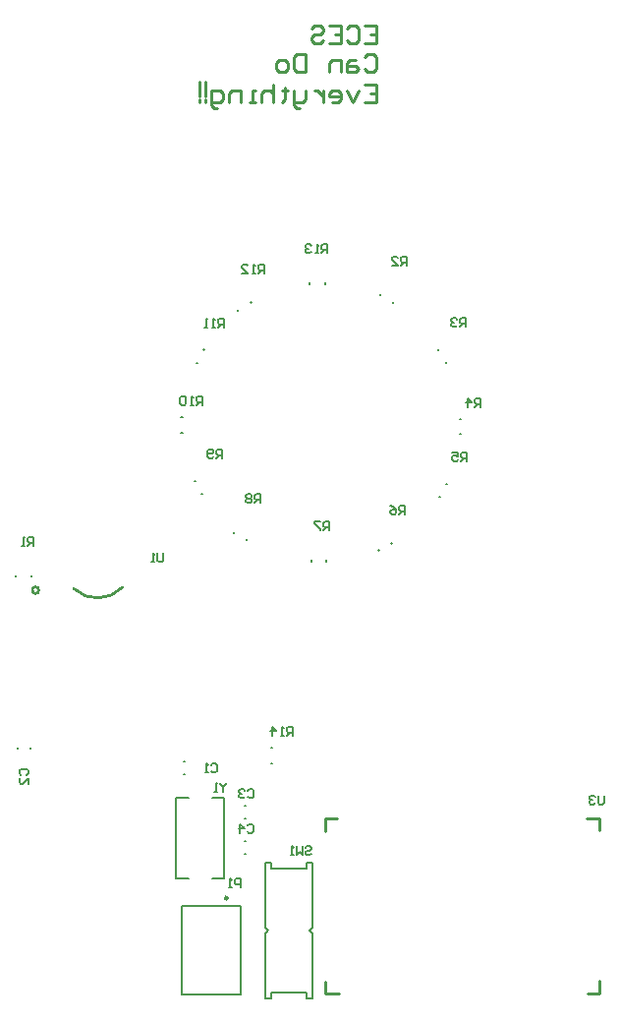
<source format=gbo>
G04*
G04 #@! TF.GenerationSoftware,Altium Limited,Altium Designer,18.1.9 (240)*
G04*
G04 Layer_Color=32896*
%FSLAX24Y24*%
%MOIN*%
G70*
G01*
G75*
%ADD10C,0.0100*%
%ADD12C,0.0079*%
%ADD13C,0.0060*%
%ADD58C,0.0098*%
%ADD59C,0.0050*%
D10*
X1082Y14310D02*
G03*
X1082Y14310I-112J0D01*
G01*
X2270Y14360D02*
G03*
X3920Y14410I800J850D01*
G01*
X20110Y640D02*
Y1090D01*
X19710Y640D02*
X20110D01*
X10810D02*
X11260D01*
X10810D02*
Y1040D01*
X19660Y6590D02*
X20110D01*
Y6190D02*
Y6590D01*
X10810D02*
X11210D01*
X10810Y6140D02*
Y6590D01*
X12120Y33449D02*
X12520D01*
Y32849D01*
X12120D01*
X12520Y33149D02*
X12320D01*
X11520Y33349D02*
X11620Y33449D01*
X11820D01*
X11920Y33349D01*
Y32949D01*
X11820Y32849D01*
X11620D01*
X11520Y32949D01*
X10921Y33449D02*
X11320D01*
Y32849D01*
X10921D01*
X11320Y33149D02*
X11120D01*
X10321Y33349D02*
X10421Y33449D01*
X10621D01*
X10721Y33349D01*
Y33249D01*
X10621Y33149D01*
X10421D01*
X10321Y33049D01*
Y32949D01*
X10421Y32849D01*
X10621D01*
X10721Y32949D01*
X12120Y32390D02*
X12220Y32489D01*
X12420D01*
X12520Y32390D01*
Y31990D01*
X12420Y31890D01*
X12220D01*
X12120Y31990D01*
X11820Y32290D02*
X11620D01*
X11520Y32190D01*
Y31890D01*
X11820D01*
X11920Y31990D01*
X11820Y32090D01*
X11520D01*
X11320Y31890D02*
Y32290D01*
X11020D01*
X10921Y32190D01*
Y31890D01*
X10121Y32489D02*
Y31890D01*
X9821D01*
X9721Y31990D01*
Y32390D01*
X9821Y32489D01*
X10121D01*
X9421Y31890D02*
X9221D01*
X9121Y31990D01*
Y32190D01*
X9221Y32290D01*
X9421D01*
X9521Y32190D01*
Y31990D01*
X9421Y31890D01*
X12120Y31430D02*
X12520D01*
Y30830D01*
X12120D01*
X12520Y31130D02*
X12320D01*
X11920Y31230D02*
X11720Y30830D01*
X11520Y31230D01*
X11020Y30830D02*
X11220D01*
X11320Y30930D01*
Y31130D01*
X11220Y31230D01*
X11020D01*
X10921Y31130D01*
Y31030D01*
X11320D01*
X10721Y31230D02*
Y30830D01*
Y31030D01*
X10621Y31130D01*
X10521Y31230D01*
X10421D01*
X10121D02*
Y30930D01*
X10021Y30830D01*
X9721D01*
Y30730D01*
X9821Y30630D01*
X9921D01*
X9721Y30830D02*
Y31230D01*
X9421Y31330D02*
Y31230D01*
X9521D01*
X9321D01*
X9421D01*
Y30930D01*
X9321Y30830D01*
X9021Y31430D02*
Y30830D01*
Y31130D01*
X8921Y31230D01*
X8721D01*
X8621Y31130D01*
Y30830D01*
X8421D02*
X8221D01*
X8321D01*
Y31230D01*
X8421D01*
X7921Y30830D02*
Y31230D01*
X7622D01*
X7522Y31130D01*
Y30830D01*
X7122Y30630D02*
X7022D01*
X6922Y30730D01*
Y31230D01*
X7222D01*
X7322Y31130D01*
Y30930D01*
X7222Y30830D01*
X6922D01*
X6722Y31030D02*
Y31530D01*
Y30930D02*
Y30830D01*
X6522Y31030D02*
Y31530D01*
Y30930D02*
Y30830D01*
D12*
X7940Y620D02*
Y3620D01*
X5940Y620D02*
X7940D01*
X5940D02*
Y3620D01*
X7940D01*
X8070Y5816D02*
X8110D01*
X8070Y5364D02*
X8110D01*
X806Y8940D02*
Y8980D01*
X354Y8940D02*
Y8980D01*
X5995Y8516D02*
X6035D01*
X5995Y8064D02*
X6035D01*
X8050Y7016D02*
X8090D01*
X8050Y6564D02*
X8090D01*
X6611Y17559D02*
X6645Y17578D01*
X6355Y18002D02*
X6389Y18021D01*
X5910Y19654D02*
X5950D01*
X5910Y20166D02*
X5950D01*
X6415Y22018D02*
X6449Y21999D01*
X6671Y22461D02*
X6705Y22442D01*
X7819Y23819D02*
X7838Y23785D01*
X8262Y24075D02*
X8281Y24041D01*
X10274Y24690D02*
Y24730D01*
X10786Y24690D02*
Y24730D01*
X8964Y8966D02*
X9003D01*
X8964Y8454D02*
X9003D01*
X8142Y15995D02*
X8161Y16029D01*
X7699Y16251D02*
X7718Y16285D01*
X10846Y15290D02*
Y15330D01*
X10334Y15290D02*
Y15330D01*
X13042Y15915D02*
X13061Y15881D01*
X12599Y15659D02*
X12618Y15625D01*
X14911Y17921D02*
X14945Y17902D01*
X14655Y17478D02*
X14689Y17459D01*
X15360Y20106D02*
X15400D01*
X15360Y19594D02*
X15400D01*
X14635Y22452D02*
X14669Y22471D01*
X14891Y22009D02*
X14925Y22028D01*
X12659Y24301D02*
X12678Y24335D01*
X13102Y24045D02*
X13121Y24079D01*
X816Y14770D02*
Y14810D01*
X304Y14770D02*
Y14810D01*
D13*
X7930Y4230D02*
Y4530D01*
X7780D01*
X7730Y4480D01*
Y4380D01*
X7780Y4330D01*
X7930D01*
X7630Y4230D02*
X7530D01*
X7580D01*
Y4530D01*
X7630Y4480D01*
X5310Y15560D02*
Y15310D01*
X5260Y15260D01*
X5160D01*
X5110Y15310D01*
Y15560D01*
X5010Y15260D02*
X4910D01*
X4960D01*
Y15560D01*
X5010Y15510D01*
X7440Y7780D02*
Y7730D01*
X7340Y7630D01*
X7240Y7730D01*
Y7780D01*
X7340Y7630D02*
Y7480D01*
X7140D02*
X7040D01*
X7090D01*
Y7780D01*
X7140Y7730D01*
X20250Y7350D02*
Y7100D01*
X20200Y7050D01*
X20100D01*
X20050Y7100D01*
Y7350D01*
X19950Y7300D02*
X19900Y7350D01*
X19800D01*
X19750Y7300D01*
Y7250D01*
X19800Y7200D01*
X19850D01*
X19800D01*
X19750Y7150D01*
Y7100D01*
X19800Y7050D01*
X19900D01*
X19950Y7100D01*
X10130Y5590D02*
X10180Y5640D01*
X10280D01*
X10330Y5590D01*
Y5540D01*
X10280Y5490D01*
X10180D01*
X10130Y5440D01*
Y5390D01*
X10180Y5340D01*
X10280D01*
X10330Y5390D01*
X10030Y5640D02*
Y5340D01*
X9930Y5440D01*
X9830Y5340D01*
Y5640D01*
X9730Y5340D02*
X9630D01*
X9680D01*
Y5640D01*
X9730Y5590D01*
X9683Y9380D02*
Y9680D01*
X9533D01*
X9483Y9630D01*
Y9530D01*
X9533Y9480D01*
X9683D01*
X9583D02*
X9483Y9380D01*
X9383D02*
X9284D01*
X9334D01*
Y9680D01*
X9383Y9630D01*
X8984Y9380D02*
Y9680D01*
X9134Y9530D01*
X8934D01*
X10880Y25730D02*
Y26030D01*
X10730D01*
X10680Y25980D01*
Y25880D01*
X10730Y25830D01*
X10880D01*
X10780D02*
X10680Y25730D01*
X10580D02*
X10480D01*
X10530D01*
Y26030D01*
X10580Y25980D01*
X10330D02*
X10280Y26030D01*
X10180D01*
X10130Y25980D01*
Y25930D01*
X10180Y25880D01*
X10230D01*
X10180D01*
X10130Y25830D01*
Y25780D01*
X10180Y25730D01*
X10280D01*
X10330Y25780D01*
X8720Y25050D02*
Y25350D01*
X8570D01*
X8520Y25300D01*
Y25200D01*
X8570Y25150D01*
X8720D01*
X8620D02*
X8520Y25050D01*
X8420D02*
X8320D01*
X8370D01*
Y25350D01*
X8420Y25300D01*
X7970Y25050D02*
X8170D01*
X7970Y25250D01*
Y25300D01*
X8020Y25350D01*
X8120D01*
X8170Y25300D01*
X7360Y23220D02*
Y23520D01*
X7210D01*
X7160Y23470D01*
Y23370D01*
X7210Y23320D01*
X7360D01*
X7260D02*
X7160Y23220D01*
X7060D02*
X6960D01*
X7010D01*
Y23520D01*
X7060Y23470D01*
X6810Y23220D02*
X6710D01*
X6760D01*
Y23520D01*
X6810Y23470D01*
X6630Y20580D02*
Y20880D01*
X6480D01*
X6430Y20830D01*
Y20730D01*
X6480Y20680D01*
X6630D01*
X6530D02*
X6430Y20580D01*
X6330D02*
X6230D01*
X6280D01*
Y20880D01*
X6330Y20830D01*
X6080D02*
X6030Y20880D01*
X5930D01*
X5880Y20830D01*
Y20630D01*
X5930Y20580D01*
X6030D01*
X6080Y20630D01*
Y20830D01*
X7300Y18780D02*
Y19080D01*
X7150D01*
X7100Y19030D01*
Y18930D01*
X7150Y18880D01*
X7300D01*
X7200D02*
X7100Y18780D01*
X7000Y18830D02*
X6950Y18780D01*
X6850D01*
X6800Y18830D01*
Y19030D01*
X6850Y19080D01*
X6950D01*
X7000Y19030D01*
Y18980D01*
X6950Y18930D01*
X6800D01*
X8600Y17260D02*
Y17560D01*
X8450D01*
X8400Y17510D01*
Y17410D01*
X8450Y17360D01*
X8600D01*
X8500D02*
X8400Y17260D01*
X8300Y17510D02*
X8250Y17560D01*
X8150D01*
X8100Y17510D01*
Y17460D01*
X8150Y17410D01*
X8100Y17360D01*
Y17310D01*
X8150Y17260D01*
X8250D01*
X8300Y17310D01*
Y17360D01*
X8250Y17410D01*
X8300Y17460D01*
Y17510D01*
X8250Y17410D02*
X8150D01*
X10940Y16330D02*
Y16630D01*
X10790D01*
X10740Y16580D01*
Y16480D01*
X10790Y16430D01*
X10940D01*
X10840D02*
X10740Y16330D01*
X10640Y16630D02*
X10440D01*
Y16580D01*
X10640Y16380D01*
Y16330D01*
X13500Y16890D02*
Y17190D01*
X13350D01*
X13300Y17140D01*
Y17040D01*
X13350Y16990D01*
X13500D01*
X13400D02*
X13300Y16890D01*
X13000Y17190D02*
X13100Y17140D01*
X13200Y17040D01*
Y16940D01*
X13150Y16890D01*
X13050D01*
X13000Y16940D01*
Y16990D01*
X13050Y17040D01*
X13200D01*
X15600Y18680D02*
Y18980D01*
X15450D01*
X15400Y18930D01*
Y18830D01*
X15450Y18780D01*
X15600D01*
X15500D02*
X15400Y18680D01*
X15100Y18980D02*
X15300D01*
Y18830D01*
X15200Y18880D01*
X15150D01*
X15100Y18830D01*
Y18730D01*
X15150Y18680D01*
X15250D01*
X15300Y18730D01*
X16080Y20520D02*
Y20820D01*
X15930D01*
X15880Y20770D01*
Y20670D01*
X15930Y20620D01*
X16080D01*
X15980D02*
X15880Y20520D01*
X15630D02*
Y20820D01*
X15780Y20670D01*
X15580D01*
X15580Y23230D02*
Y23530D01*
X15430D01*
X15380Y23480D01*
Y23380D01*
X15430Y23330D01*
X15580D01*
X15480D02*
X15380Y23230D01*
X15280Y23480D02*
X15230Y23530D01*
X15130D01*
X15080Y23480D01*
Y23430D01*
X15130Y23380D01*
X15180D01*
X15130D01*
X15080Y23330D01*
Y23280D01*
X15130Y23230D01*
X15230D01*
X15280Y23280D01*
X13560Y25310D02*
Y25610D01*
X13410D01*
X13360Y25560D01*
Y25460D01*
X13410Y25410D01*
X13560D01*
X13460D02*
X13360Y25310D01*
X13060D02*
X13260D01*
X13060Y25510D01*
Y25560D01*
X13110Y25610D01*
X13210D01*
X13260Y25560D01*
X910Y15810D02*
Y16110D01*
X760D01*
X710Y16060D01*
Y15960D01*
X760Y15910D01*
X910D01*
X810D02*
X710Y15810D01*
X610D02*
X510D01*
X560D01*
Y16110D01*
X610Y16060D01*
X8150Y6330D02*
X8200Y6380D01*
X8300D01*
X8350Y6330D01*
Y6130D01*
X8300Y6080D01*
X8200D01*
X8150Y6130D01*
X7900Y6080D02*
Y6380D01*
X8050Y6230D01*
X7850D01*
X8180Y7520D02*
X8230Y7570D01*
X8330D01*
X8380Y7520D01*
Y7320D01*
X8330Y7270D01*
X8230D01*
X8180Y7320D01*
X8080Y7520D02*
X8030Y7570D01*
X7930D01*
X7880Y7520D01*
Y7470D01*
X7930Y7420D01*
X7980D01*
X7930D01*
X7880Y7370D01*
Y7320D01*
X7930Y7270D01*
X8030D01*
X8080Y7320D01*
X470Y8050D02*
X420Y8100D01*
Y8200D01*
X470Y8250D01*
X670D01*
X720Y8200D01*
Y8100D01*
X670Y8050D01*
X720Y7750D02*
Y7950D01*
X520Y7750D01*
X470D01*
X420Y7800D01*
Y7900D01*
X470Y7950D01*
X6925Y8380D02*
X6975Y8430D01*
X7075D01*
X7125Y8380D01*
Y8180D01*
X7075Y8130D01*
X6975D01*
X6925Y8180D01*
X6825Y8130D02*
X6725D01*
X6775D01*
Y8430D01*
X6825Y8380D01*
D58*
X7489Y3876D02*
G03*
X7489Y3876I-49J0D01*
G01*
D59*
X6948Y4532D02*
X7357D01*
Y7288D01*
X6948D02*
X7357D01*
X5743D02*
X6152D01*
X5743Y4532D02*
Y7288D01*
Y4532D02*
X6152D01*
X8760Y2860D02*
Y5060D01*
Y2860D02*
X8860Y2760D01*
X8760Y2660D02*
X8860Y2760D01*
X8760Y460D02*
Y2660D01*
Y460D02*
X8960D01*
Y660D01*
X10160D01*
Y460D02*
Y660D01*
Y460D02*
X10360D01*
Y2660D01*
X10260Y2760D02*
X10360Y2660D01*
X10260Y2760D02*
X10360Y2860D01*
Y5060D01*
X10160D02*
X10360D01*
X10160Y4860D02*
Y5060D01*
X8960Y4860D02*
X10160D01*
X8960D02*
Y5060D01*
X8760D02*
X8960D01*
M02*

</source>
